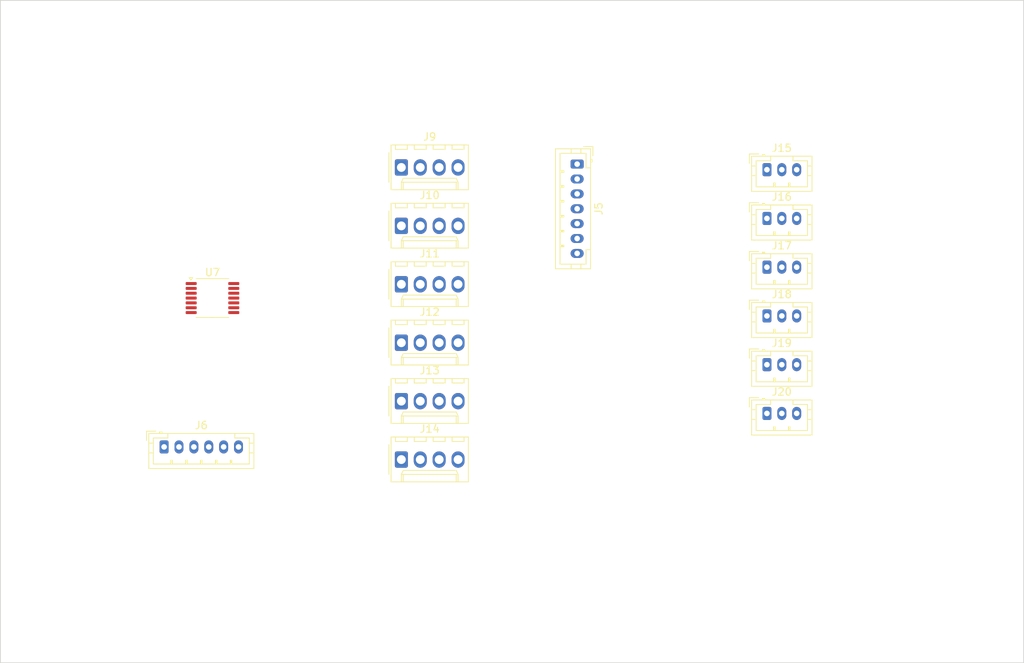
<source format=kicad_pcb>
(kicad_pcb (version 20240108) (generator "pcbnew") (generator_version "8.0")
  (layers (0 "F.Cu" signal) (31 "B.Cu" signal) (34 "B.Paste" user) (35 "F.Paste" user) (36 "B.SilkS" user "B.Silkscreen") (37 "F.SilkS" user "F.Silkscreen") (38 "B.Mask" user) (39 "F.Mask" user) (44 "Edge.Cuts" user))
  (net 0 "")
  (net 1 "Net-(J12-Pin_3)")
  (net 2 "Net-(J11-Pin_3)")
  (net 3 "Net-(J13-Pin_3)")
  (net 4 "Net-(J5-Pin_1)")
  (net 5 "Net-(J14-Pin_3)")
  (net 6 "Net-(J10-Pin_3)")
  (net 7 "Net-(J15-Pin_2)")
  (net 8 "Net-(J6-Pin_1)")
  (net 9 "Net-(J6-Pin_5)")
  (net 10 "Net-(J6-Pin_4)")
  (net 11 "Net-(J6-Pin_2)")
  (net 12 "Net-(J6-Pin_6)")
  (net 13 "Net-(J6-Pin_3)")
  (net 14 "Net-(J10-Pin_2)")
  (net 15 "Net-(J9-Pin_4)")
  (net 16 "Net-(J10-Pin_1)")
  (net 17 "Net-(J10-Pin_4)")
  (net 18 "Net-(J11-Pin_4)")
  (net 19 "Net-(J12-Pin_4)")
  (net 20 "Net-(J13-Pin_4)")
  (net 21 "Net-(J14-Pin_4)")
  (net 22 "Net-(J15-Pin_3)")
  (net 23 "Net-(J8-Pin_1)")
  (footprint "Connector_JST:JST_PH_B3B-PH-K_1x03_P2.00mm_Vertical" (layer "F.Cu") (at 175.5 101.5)
    (property "Reference" "J20" (at 2 -2.9 0) (layer "F.SilkS"))
    (property "Value" "Conn_01x03_Pin")
    (fp_line (start -2.36 -2.11) (end -2.36 -0.86) (stroke (width 0.12)) (layer "F.SilkS"))
    (fp_line (start -2.06 -1.81) (end -2.06 2.91) (stroke (width 0.12)) (layer "F.SilkS"))
    (fp_line (start -2.06 -0.5) (end -1.45 -0.5) (stroke (width 0.12)) (layer "F.SilkS"))
    (fp_line (start -2.06 0.8) (end -1.45 0.8) (stroke (width 0.12)) (layer "F.SilkS"))
    (fp_line (start -2.06 2.91) (end 6.06 2.91) (stroke (width 0.12)) (layer "F.SilkS"))
    (fp_line (start -1.45 -1.2) (end -1.45 2.3) (stroke (width 0.12)) (layer "F.SilkS"))
    (fp_line (start -1.45 2.3) (end 5.45 2.3) (stroke (width 0.12)) (layer "F.SilkS"))
    (fp_line (start -1.11 -2.11) (end -2.36 -2.11) (stroke (width 0.12)) (layer "F.SilkS"))
    (fp_line (start -0.6 -2.01) (end -0.6 -1.81) (stroke (width 0.12)) (layer "F.SilkS"))
    (fp_line (start -0.3 -2.01) (end -0.6 -2.01) (stroke (width 0.12)) (layer "F.SilkS"))
    (fp_line (start -0.3 -1.91) (end -0.6 -1.91) (stroke (width 0.12)) (layer "F.SilkS"))
    (fp_line (start -0.3 -1.81) (end -0.3 -2.01) (stroke (width 0.12)) (layer "F.SilkS"))
    (fp_line (start 0.5 -1.81) (end 0.5 -1.2) (stroke (width 0.12)) (layer "F.SilkS"))
    (fp_line (start 0.5 -1.2) (end -1.45 -1.2) (stroke (width 0.12)) (layer "F.SilkS"))
    (fp_line (start 0.9 1.8) (end 1.1 1.8) (stroke (width 0.12)) (layer "F.SilkS"))
    (fp_line (start 0.9 2.3) (end 0.9 1.8) (stroke (width 0.12)) (layer "F.SilkS"))
    (fp_line (start 1 2.3) (end 1 1.8) (stroke (width 0.12)) (layer "F.SilkS"))
    (fp_line (start 1.1 1.8) (end 1.1 2.3) (stroke (width 0.12)) (layer "F.SilkS"))
    (fp_line (start 2.9 1.8) (end 3.1 1.8) (stroke (width 0.12)) (layer "F.SilkS"))
    (fp_line (start 2.9 2.3) (end 2.9 1.8) (stroke (width 0.12)) (layer "F.SilkS"))
    (fp_line (start 3 2.3) (end 3 1.8) (stroke (width 0.12)) (layer "F.SilkS"))
    (fp_line (start 3.1 1.8) (end 3.1 2.3) (stroke (width 0.12)) (layer "F.SilkS"))
    (fp_line (start 3.5 -1.2) (end 3.5 -1.81) (stroke (width 0.12)) (layer "F.SilkS"))
    (fp_line (start 5.45 -1.2) (end 3.5 -1.2) (stroke (width 0.12)) (layer "F.SilkS"))
    (fp_line (start 5.45 2.3) (end 5.45 -1.2) (stroke (width 0.12)) (layer "F.SilkS"))
    (fp_line (start 6.06 -1.81) (end -2.06 -1.81) (stroke (width 0.12)) (layer "F.SilkS"))
    (fp_line (start 6.06 -0.5) (end 5.45 -0.5) (stroke (width 0.12)) (layer "F.SilkS"))
    (fp_line (start 6.06 0.8) (end 5.45 0.8) (stroke (width 0.12)) (layer "F.SilkS"))
    (fp_line (start 6.06 2.91) (end 6.06 -1.81) (stroke (width 0.12)) (layer "F.SilkS"))
    (pad "1" thru_hole roundrect (at 0 0) (size 1.2 1.75) (drill 0.75) (layers "*.Cu" "*.Mask") (roundrect_rratio 0.208333) (net 16 "Net-(J10-Pin_1)"))
    (pad "2" thru_hole oval (at 2 0) (size 1.2 1.75) (drill 0.75) (layers "*.Cu" "*.Mask") (net 7 "Net-(J15-Pin_2)"))
    (pad "3" thru_hole oval (at 4 0) (size 1.2 1.75) (drill 0.75) (layers "*.Cu" "*.Mask") (net 22 "Net-(J15-Pin_3)"))
  )
  (footprint "Connector_Molex:Molex_KK-254_AE-6410-04A_1x04_P2.54mm_Vertical" (layer "F.Cu") (at 126.38 76.3)
    (property "Reference" "J10" (at 3.81 -4.12 0) (layer "F.SilkS"))
    (property "Value" "Conn_01x04_Pin")
    (fp_line (start -1.67 -2) (end -1.67 2) (stroke (width 0.12)) (layer "F.SilkS"))
    (fp_line (start -1.38 -3.03) (end -1.38 2.99) (stroke (width 0.12)) (layer "F.SilkS"))
    (fp_line (start -1.38 2.99) (end 9 2.99) (stroke (width 0.12)) (layer "F.SilkS"))
    (fp_line (start -0.8 -3.03) (end -0.8 -2.43) (stroke (width 0.12)) (layer "F.SilkS"))
    (fp_line (start -0.8 -2.43) (end 0.8 -2.43) (stroke (width 0.12)) (layer "F.SilkS"))
    (fp_line (start 0 1.99) (end 0.25 1.46) (stroke (width 0.12)) (layer "F.SilkS"))
    (fp_line (start 0 1.99) (end 7.62 1.99) (stroke (width 0.12)) (layer "F.SilkS"))
    (fp_line (start 0 2.99) (end 0 1.99) (stroke (width 0.12)) (layer "F.SilkS"))
    (fp_line (start 0.25 1.46) (end 7.37 1.46) (stroke (width 0.12)) (layer "F.SilkS"))
    (fp_line (start 0.25 2.99) (end 0.25 1.99) (stroke (width 0.12)) (layer "F.SilkS"))
    (fp_line (start 0.8 -2.43) (end 0.8 -3.03) (stroke (width 0.12)) (layer "F.SilkS"))
    (fp_line (start 1.74 -3.03) (end 1.74 -2.43) (stroke (width 0.12)) (layer "F.SilkS"))
    (fp_line (start 1.74 -2.43) (end 3.34 -2.43) (stroke (width 0.12)) (layer "F.SilkS"))
    (fp_line (start 3.34 -2.43) (end 3.34 -3.03) (stroke (width 0.12)) (layer "F.SilkS"))
    (fp_line (start 4.28 -3.03) (end 4.28 -2.43) (stroke (width 0.12)) (layer "F.SilkS"))
    (fp_line (start 4.28 -2.43) (end 5.88 -2.43) (stroke (width 0.12)) (layer "F.SilkS"))
    (fp_line (start 5.88 -2.43) (end 5.88 -3.03) (stroke (width 0.12)) (layer "F.SilkS"))
    (fp_line (start 6.82 -3.03) (end 6.82 -2.43) (stroke (width 0.12)) (layer "F.SilkS"))
    (fp_line (start 6.82 -2.43) (end 8.42 -2.43) (stroke (width 0.12)) (layer "F.SilkS"))
    (fp_line (start 7.37 1.46) (end 7.62 1.99) (stroke (width 0.12)) (layer "F.SilkS"))
    (fp_line (start 7.37 2.99) (end 7.37 1.99) (stroke (width 0.12)) (layer "F.SilkS"))
    (fp_line (start 7.62 1.99) (end 7.62 2.99) (stroke (width 0.12)) (layer "F.SilkS"))
    (fp_line (start 8.42 -2.43) (end 8.42 -3.03) (stroke (width 0.12)) (layer "F.SilkS"))
    (fp_line (start 9 -3.03) (end -1.38 -3.03) (stroke (width 0.12)) (layer "F.SilkS"))
    (fp_line (start 9 2.99) (end 9 -3.03) (stroke (width 0.12)) (layer "F.SilkS"))
    (pad "1" thru_hole roundrect (at 0 0) (size 1.74 2.19) (drill 1.19) (layers "*.Cu" "*.Mask") (roundrect_rratio 0.143678) (net 16 "Net-(J10-Pin_1)"))
    (pad "2" thru_hole oval (at 2.54 0) (size 1.74 2.19) (drill 1.19) (layers "*.Cu" "*.Mask") (net 14 "Net-(J10-Pin_2)"))
    (pad "3" thru_hole oval (at 5.08 0) (size 1.74 2.19) (drill 1.19) (layers "*.Cu" "*.Mask") (net 6 "Net-(J10-Pin_3)"))
    (pad "4" thru_hole oval (at 7.62 0) (size 1.74 2.19) (drill 1.19) (layers "*.Cu" "*.Mask") (net 17 "Net-(J10-Pin_4)"))
  )
  (footprint "Connector_JST:JST_PH_B7B-PH-K_1x07_P2.00mm_Vertical" (layer "F.Cu") (at 150 68 -90)
    (property "Reference" "J5" (at 6 -2.9 90) (layer "F.SilkS"))
    (property "Value" "Conn_01x07_Pin")
    (fp_line (start -2.06 2.91) (end 14.06 2.91) (stroke (width 0.12)) (layer "F.SilkS"))
    (fp_line (start 14.06 2.91) (end 14.06 -1.81) (stroke (width 0.12)) (layer "F.SilkS"))
    (fp_line (start -1.45 2.3) (end 13.45 2.3) (stroke (width 0.12)) (layer "F.SilkS"))
    (fp_line (start 0.9 2.3) (end 0.9 1.8) (stroke (width 0.12)) (layer "F.SilkS"))
    (fp_line (start 1 2.3) (end 1 1.8) (stroke (width 0.12)) (layer "F.SilkS"))
    (fp_line (start 2.9 2.3) (end 2.9 1.8) (stroke (width 0.12)) (layer "F.SilkS"))
    (fp_line (start 3 2.3) (end 3 1.8) (stroke (width 0.12)) (layer "F.SilkS"))
    (fp_line (start 4.9 2.3) (end 4.9 1.8) (stroke (width 0.12)) (layer "F.SilkS"))
    (fp_line (start 5 2.3) (end 5 1.8) (stroke (width 0.12)) (layer "F.SilkS"))
    (fp_line (start 6.9 2.3) (end 6.9 1.8) (stroke (width 0.12)) (layer "F.SilkS"))
    (fp_line (start 7 2.3) (end 7 1.8) (stroke (width 0.12)) (layer "F.SilkS"))
    (fp_line (start 8.9 2.3) (end 8.9 1.8) (stroke (width 0.12)) (layer "F.SilkS"))
    (fp_line (start 9 2.3) (end 9 1.8) (stroke (width 0.12)) (layer "F.SilkS"))
    (fp_line (start 10.9 2.3) (end 10.9 1.8) (stroke (width 0.12)) (layer "F.SilkS"))
    (fp_line (start 11 2.3) (end 11 1.8) (stroke (width 0.12)) (layer "F.SilkS"))
    (fp_line (start 13.45 2.3) (end 13.45 -1.2) (stroke (width 0.12)) (layer "F.SilkS"))
    (fp_line (start 0.9 1.8) (end 1.1 1.8) (stroke (width 0.12)) (layer "F.SilkS"))
    (fp_line (start 1.1 1.8) (end 1.1 2.3) (stroke (width 0.12)) (layer "F.SilkS"))
    (fp_line (start 2.9 1.8) (end 3.1 1.8) (stroke (width 0.12)) (layer "F.SilkS"))
    (fp_line (start 3.1 1.8) (end 3.1 2.3) (stroke (width 0.12)) (layer "F.SilkS"))
    (fp_line (start 4.9 1.8) (end 5.1 1.8) (stroke (width 0.12)) (layer "F.SilkS"))
    (fp_line (start 5.1 1.8) (end 5.1 2.3) (stroke (width 0.12)) (layer "F.SilkS"))
    (fp_line (start 6.9 1.8) (end 7.1 1.8) (stroke (width 0.12)) (layer "F.SilkS"))
    (fp_line (start 7.1 1.8) (end 7.1 2.3) (stroke (width 0.12)) (layer "F.SilkS"))
    (fp_line (start 8.9 1.8) (end 9.1 1.8) (stroke (width 0.12)) (layer "F.SilkS"))
    (fp_line (start 9.1 1.8) (end 9.1 2.3) (stroke (width 0.12)) (layer "F.SilkS"))
    (fp_line (start 10.9 1.8) (end 11.1 1.8) (stroke (width 0.12)) (layer "F.SilkS"))
    (fp_line (start 11.1 1.8) (end 11.1 2.3) (stroke (width 0.12)) (layer "F.SilkS"))
    (fp_line (start -2.06 0.8) (end -1.45 0.8) (stroke (width 0.12)) (layer "F.SilkS"))
    (fp_line (start 14.06 0.8) (end 13.45 0.8) (stroke (width 0.12)) (layer "F.SilkS"))
    (fp_line (start -2.06 -0.5) (end -1.45 -0.5) (stroke (width 0.12)) (layer "F.SilkS"))
    (fp_line (start 14.06 -0.5) (end 13.45 -0.5) (stroke (width 0.12)) (layer "F.SilkS"))
    (fp_line (start -1.45 -1.2) (end -1.45 2.3) (stroke (width 0.12)) (layer "F.SilkS"))
    (fp_line (start 0.5 -1.2) (end -1.45 -1.2) (stroke (width 0.12)) (layer "F.SilkS"))
    (fp_line (start 11.5 -1.2) (end 11.5 -1.81) (stroke (width 0.12)) (layer "F.SilkS"))
    (fp_line (start 13.45 -1.2) (end 11.5 -1.2) (stroke (width 0.12)) (layer "F.SilkS"))
    (fp_line (start -2.06 -1.81) (end -2.06 2.91) (stroke (width 0.12)) (layer "F.SilkS"))
    (fp_line (start -0.3 -1.81) (end -0.3 -2.01) (stroke (width 0.12)) (layer "F.SilkS"))
    (fp_line (start 0.5 -1.81) (end 0.5 -1.2) (stroke (width 0.12)) (layer "F.SilkS"))
    (fp_line (start 14.06 -1.81) (end -2.06 -1.81) (stroke (width 0.12)) (layer "F.SilkS"))
    (fp_line (start -0.3 -1.91) (end -0.6 -1.91) (stroke (width 0.12)) (layer "F.SilkS"))
    (fp_line (start -0.6 -2.01) (end -0.6 -1.81) (stroke (width 0.12)) (layer "F.SilkS"))
    (fp_line (start -0.3 -2.01) (end -0.6 -2.01) (stroke (width 0.12)) (layer "F.SilkS"))
    (fp_line (start -2.36 -2.11) (end -2.36 -0.86) (stroke (width 0.12)) (layer "F.SilkS"))
    (fp_line (start -1.11 -2.11) (end -2.36 -2.11) (stroke (width 0.12)) (layer "F.SilkS"))
    (pad "1" thru_hole roundrect (at 0 0 270) (size 1.2 1.75) (drill 0.75) (layers "*.Cu" "*.Mask") (roundrect_rratio 0.208333) (net 4 "Net-(J5-Pin_1)"))
    (pad "2" thru_hole oval (at 2 0 270) (size 1.2 1.75) (drill 0.75) (layers "*.Cu" "*.Mask") (net 6 "Net-(J10-Pin_3)"))
    (pad "3" thru_hole oval (at 4 0 270) (size 1.2 1.75) (drill 0.75) (layers "*.Cu" "*.Mask") (net 2 "Net-(J11-Pin_3)"))
    (pad "4" thru_hole oval (at 6 0 270) (size 1.2 1.75) (drill 0.75) (layers "*.Cu" "*.Mask") (net 1 "Net-(J12-Pin_3)"))
    (pad "5" thru_hole oval (at 8 0 270) (size 1.2 1.75) (drill 0.75) (layers "*.Cu" "*.Mask") (net 3 "Net-(J13-Pin_3)"))
    (pad "6" thru_hole oval (at 10 0 270) (size 1.2 1.75) (drill 0.75) (layers "*.Cu" "*.Mask") (net 5 "Net-(J14-Pin_3)"))
    (pad "7" thru_hole oval (at 12 0 270) (size 1.2 1.75) (drill 0.75) (layers "*.Cu" "*.Mask") (net 7 "Net-(J15-Pin_2)"))
  )
  (footprint "Connector_JST:JST_PH_B3B-PH-K_1x03_P2.00mm_Vertical" (layer "F.Cu") (at 175.5 75.3)
    (property "Reference" "J16" (at 2 -2.9 0) (layer "F.SilkS"))
    (property "Value" "Conn_01x03_Pin")
    (fp_line (start -2.36 -2.11) (end -2.36 -0.86) (stroke (width 0.12)) (layer "F.SilkS"))
    (fp_line (start -2.06 -1.81) (end -2.06 2.91) (stroke (width 0.12)) (layer "F.SilkS"))
    (fp_line (start -2.06 -0.5) (end -1.45 -0.5) (stroke (width 0.12)) (layer "F.SilkS"))
    (fp_line (start -2.06 0.8) (end -1.45 0.8) (stroke (width 0.12)) (layer "F.SilkS"))
    (fp_line (start -2.06 2.91) (end 6.06 2.91) (stroke (width 0.12)) (layer "F.SilkS"))
    (fp_line (start -1.45 -1.2) (end -1.45 2.3) (stroke (width 0.12)) (layer "F.SilkS"))
    (fp_line (start -1.45 2.3) (end 5.45 2.3) (stroke (width 0.12)) (layer "F.SilkS"))
    (fp_line (start -1.11 -2.11) (end -2.36 -2.11) (stroke (width 0.12)) (layer "F.SilkS"))
    (fp_line (start -0.6 -2.01) (end -0.6 -1.81) (stroke (width 0.12)) (layer "F.SilkS"))
    (fp_line (start -0.3 -2.01) (end -0.6 -2.01) (stroke (width 0.12)) (layer "F.SilkS"))
    (fp_line (start -0.3 -1.91) (end -0.6 -1.91) (stroke (width 0.12)) (layer "F.SilkS"))
    (fp_line (start -0.3 -1.81) (end -0.3 -2.01) (stroke (width 0.12)) (layer "F.SilkS"))
    (fp_line (start 0.5 -1.81) (end 0.5 -1.2) (stroke (width 0.12)) (layer "F.SilkS"))
    (fp_line (start 0.5 -1.2) (end -1.45 -1.2) (stroke (width 0.12)) (layer "F.SilkS"))
    (fp_line (start 0.9 1.8) (end 1.1 1.8) (stroke (width 0.12)) (layer "F.SilkS"))
    (fp_line (start 0.9 2.3) (end 0.9 1.8) (stroke (width 0.12)) (layer "F.SilkS"))
    (fp_line (start 1 2.3) (end 1 1.8) (stroke (width 0.12)) (layer "F.SilkS"))
    (fp_line (start 1.1 1.8) (end 1.1 2.3) (stroke (width 0.12)) (layer "F.SilkS"))
    (fp_line (start 2.9 1.8) (end 3.1 1.8) (stroke (width 0.12)) (layer "F.SilkS"))
    (fp_line (start 2.9 2.3) (end 2.9 1.8) (stroke (width 0.12)) (layer "F.SilkS"))
    (fp_line (start 3 2.3) (end 3 1.8) (stroke (width 0.12)) (layer "F.SilkS"))
    (fp_line (start 3.1 1.8) (end 3.1 2.3) (stroke (width 0.12)) (layer "F.SilkS"))
    (fp_line (start 3.5 -1.2) (end 3.5 -1.81) (stroke (width 0.12)) (layer "F.SilkS"))
    (fp_line (start 5.45 -1.2) (end 3.5 -1.2) (stroke (width 0.12)) (layer "F.SilkS"))
    (fp_line (start 5.45 2.3) (end 5.45 -1.2) (stroke (width 0.12)) (layer "F.SilkS"))
    (fp_line (start 6.06 -1.81) (end -2.06 -1.81) (stroke (width 0.12)) (layer "F.SilkS"))
    (fp_line (start 6.06 -0.5) (end 5.45 -0.5) (stroke (width 0.12)) (layer "F.SilkS"))
    (fp_line (start 6.06 0.8) (end 5.45 0.8) (stroke (width 0.12)) (layer "F.SilkS"))
    (fp_line (start 6.06 2.91) (end 6.06 -1.81) (stroke (width 0.12)) (layer "F.SilkS"))
    (pad "1" thru_hole roundrect (at 0 0) (size 1.2 1.75) (drill 0.75) (layers "*.Cu" "*.Mask") (roundrect_rratio 0.208333) (net 16 "Net-(J10-Pin_1)"))
    (pad "2" thru_hole oval (at 2 0) (size 1.2 1.75) (drill 0.75) (layers "*.Cu" "*.Mask") (net 7 "Net-(J15-Pin_2)"))
    (pad "3" thru_hole oval (at 4 0) (size 1.2 1.75) (drill 0.75) (layers "*.Cu" "*.Mask") (net 22 "Net-(J15-Pin_3)"))
  )
  (footprint "Connector_JST:JST_PH_B6B-PH-K_1x06_P2.00mm_Vertical" (layer "F.Cu") (at 94.5 106)
    (property "Reference" "J6" (at 5 -2.9 0) (layer "F.SilkS"))
    (property "Value" "Conn_01x06_Pin")
    (fp_line (start -2.36 -2.11) (end -2.36 -0.86) (stroke (width 0.12)) (layer "F.SilkS"))
    (fp_line (start -2.06 -1.81) (end -2.06 2.91) (stroke (width 0.12)) (layer "F.SilkS"))
    (fp_line (start -2.06 -0.5) (end -1.45 -0.5) (stroke (width 0.12)) (layer "F.SilkS"))
    (fp_line (start -2.06 0.8) (end -1.45 0.8) (stroke (width 0.12)) (layer "F.SilkS"))
    (fp_line (start -2.06 2.91) (end 12.06 2.91) (stroke (width 0.12)) (layer "F.SilkS"))
    (fp_line (start -1.45 -1.2) (end -1.45 2.3) (stroke (width 0.12)) (layer "F.SilkS"))
    (fp_line (start -1.45 2.3) (end 11.45 2.3) (stroke (width 0.12)) (layer "F.SilkS"))
    (fp_line (start -1.11 -2.11) (end -2.36 -2.11) (stroke (width 0.12)) (layer "F.SilkS"))
    (fp_line (start -0.6 -2.01) (end -0.6 -1.81) (stroke (width 0.12)) (layer "F.SilkS"))
    (fp_line (start -0.3 -2.01) (end -0.6 -2.01) (stroke (width 0.12)) (layer "F.SilkS"))
    (fp_line (start -0.3 -1.91) (end -0.6 -1.91) (stroke (width 0.12)) (layer "F.SilkS"))
    (fp_line (start -0.3 -1.81) (end -0.3 -2.01) (stroke (width 0.12)) (layer "F.SilkS"))
    (fp_line (start 0.5 -1.81) (end 0.5 -1.2) (stroke (width 0.12)) (layer "F.SilkS"))
    (fp_line (start 0.5 -1.2) (end -1.45 -1.2) (stroke (width 0.12)) (layer "F.SilkS"))
    (fp_line (start 0.9 1.8) (end 1.1 1.8) (stroke (width 0.12)) (layer "F.SilkS"))
    (fp_line (start 0.9 2.3) (end 0.9 1.8) (stroke (width 0.12)) (layer "F.SilkS"))
    (fp_line (start 1 2.3) (end 1 1.8) (stroke (width 0.12)) (layer "F.SilkS"))
    (fp_line (start 1.1 1.8) (end 1.1 2.3) (stroke (width 0.12)) (layer "F.SilkS"))
    (fp_line (start 2.9 1.8) (end 3.1 1.8) (stroke (width 0.12)) (layer "F.SilkS"))
    (fp_line (start 2.9 2.3) (end 2.9 1.8) (stroke (width 0.12)) (layer "F.SilkS"))
    (fp_line (start 3 2.3) (end 3 1.8) (stroke (width 0.12)) (layer "F.SilkS"))
    (fp_line (start 3.1 1.8) (end 3.1 2.3) (stroke (width 0.12)) (layer "F.SilkS"))
    (fp_line (start 4.9 1.8) (end 5.1 1.8) (stroke (width 0.12)) (layer "F.SilkS"))
    (fp_line (start 4.9 2.3) (end 4.9 1.8) (stroke (width 0.12)) (layer "F.SilkS"))
    (fp_line (start 5 2.3) (end 5 1.8) (stroke (width 0.12)) (layer "F.SilkS"))
    (fp_line (start 5.1 1.8) (end 5.1 2.3) (stroke (width 0.12)) (layer "F.SilkS"))
    (fp_line (start 6.9 1.8) (end 7.1 1.8) (stroke (width 0.12)) (layer "F.SilkS"))
    (fp_line (start 6.9 2.3) (end 6.9 1.8) (stroke (width 0.12)) (layer "F.SilkS"))
    (fp_line (start 7 2.3) (end 7 1.8) (stroke (width 0.12)) (layer "F.SilkS"))
    (fp_line (start 7.1 1.8) (end 7.1 2.3) (stroke (width 0.12)) (layer "F.SilkS"))
    (fp_line (start 8.9 1.8) (end 9.1 1.8) (stroke (width 0.12)) (layer "F.SilkS"))
    (fp_line (start 8.9 2.3) (end 8.9 1.8) (stroke (width 0.12)) (layer "F.SilkS"))
    (fp_line (start 9 2.3) (end 9 1.8) (stroke (width 0.12)) (layer "F.SilkS"))
    (fp_line (start 9.1 1.8) (end 9.1 2.3) (stroke (width 0.12)) (layer "F.SilkS"))
    (fp_line (start 9.5 -1.2) (end 9.5 -1.81) (stroke (width 0.12)) (layer "F.SilkS"))
    (fp_line (start 11.45 -1.2) (end 9.5 -1.2) (stroke (width 0.12)) (layer "F.SilkS"))
    (fp_line (start 11.45 2.3) (end 11.45 -1.2) (stroke (width 0.12)) (layer "F.SilkS"))
    (fp_line (start 12.06 -1.81) (end -2.06 -1.81) (stroke (width 0.12)) (layer "F.SilkS"))
    (fp_line (start 12.06 -0.5) (end 11.45 -0.5) (stroke (width 0.12)) (layer "F.SilkS"))
    (fp_line (start 12.06 0.8) (end 11.45 0.8) (stroke (width 0.12)) (layer "F.SilkS"))
    (fp_line (start 12.06 2.91) (end 12.06 -1.81) (stroke (width 0.12)) (layer "F.SilkS"))
    (pad "1" thru_hole roundrect (at 0 0) (size 1.2 1.75) (drill 0.75) (layers "*.Cu" "*.Mask") (roundrect_rratio 0.208333) (net 8 "Net-(J6-Pin_1)"))
    (pad "2" thru_hole oval (at 2 0) (size 1.2 1.75) (drill 0.75) (layers "*.Cu" "*.Mask") (net 11 "Net-(J6-Pin_2)"))
    (pad "3" thru_hole oval (at 4 0) (size 1.2 1.75) (drill 0.75) (layers "*.Cu" "*.Mask") (net 13 "Net-(J6-Pin_3)"))
    (pad "4" thru_hole oval (at 6 0) (size 1.2 1.75) (drill 0.75) (layers "*.Cu" "*.Mask") (net 10 "Net-(J6-Pin_4)"))
    (pad "5" thru_hole oval (at 8 0) (size 1.2 1.75) (drill 0.75) (layers "*.Cu" "*.Mask") (net 9 "Net-(J6-Pin_5)"))
    (pad "6" thru_hole oval (at 10 0) (size 1.2 1.75) (drill 0.75) (layers "*.Cu" "*.Mask") (net 12 "Net-(J6-Pin_6)"))
  )
  (footprint "Connector_JST:JST_PH_B3B-PH-K_1x03_P2.00mm_Vertical" (layer "F.Cu") (at 175.5 68.75)
    (property "Reference" "J15" (at 2 -2.9 0) (layer "F.SilkS"))
    (property "Value" "Conn_01x03_Pin")
    (fp_line (start -2.36 -2.11) (end -2.36 -0.86) (stroke (width 0.12)) (layer "F.SilkS"))
    (fp_line (start -2.06 -1.81) (end -2.06 2.91) (stroke (width 0.12)) (layer "F.SilkS"))
    (fp_line (start -2.06 -0.5) (end -1.45 -0.5) (stroke (width 0.12)) (layer "F.SilkS"))
    (fp_line (start -2.06 0.8) (end -1.45 0.8) (stroke (width 0.12)) (layer "F.SilkS"))
    (fp_line (start -2.06 2.91) (end 6.06 2.91) (stroke (width 0.12)) (layer "F.SilkS"))
    (fp_line (start -1.45 -1.2) (end -1.45 2.3) (stroke (width 0.12)) (layer "F.SilkS"))
    (fp_line (start -1.45 2.3) (end 5.45 2.3) (stroke (width 0.12)) (layer "F.SilkS"))
    (fp_line (start -1.11 -2.11) (end -2.36 -2.11) (stroke (width 0.12)) (layer "F.SilkS"))
    (fp_line (start -0.6 -2.01) (end -0.6 -1.81) (stroke (width 0.12)) (layer "F.SilkS"))
    (fp_line (start -0.3 -2.01) (end -0.6 -2.01) (stroke (width 0.12)) (layer "F.SilkS"))
    (fp_line (start -0.3 -1.91) (end -0.6 -1.91) (stroke (width 0.12)) (layer "F.SilkS"))
    (fp_line (start -0.3 -1.81) (end -0.3 -2.01) (stroke (width 0.12)) (layer "F.SilkS"))
    (fp_line (start 0.5 -1.81) (end 0.5 -1.2) (stroke (width 0.12)) (layer "F.SilkS"))
    (fp_line (start 0.5 -1.2) (end -1.45 -1.2) (stroke (width 0.12)) (layer "F.SilkS"))
    (fp_line (start 0.9 1.8) (end 1.1 1.8) (stroke (width 0.12)) (layer "F.SilkS"))
    (fp_line (start 0.9 2.3) (end 0.9 1.8) (stroke (width 0.12)) (layer "F.SilkS"))
    (fp_line (start 1 2.3) (end 1 1.8) (stroke (width 0.12)) (layer "F.SilkS"))
    (fp_line (start 1.1 1.8) (end 1.1 2.3) (stroke (width 0.12)) (layer "F.SilkS"))
    (fp_line (start 2.9 1.8) (end 3.1 1.8) (stroke (width 0.12)) (layer "F.SilkS"))
    (fp_line (start 2.9 2.3) (end 2.9 1.8) (stroke (width 0.12)) (layer "F.SilkS"))
    (fp_line (start 3 2.3) (end 3 1.8) (stroke (width 0.12)) (layer "F.SilkS"))
    (fp_line (start 3.1 1.8) (end 3.1 2.3) (stroke (width 0.12)) (layer "F.SilkS"))
    (fp_line (start 3.5 -1.2) (end 3.5 -1.81) (stroke (width 0.12)) (layer "F.SilkS"))
    (fp_line (start 5.45 -1.2) (end 3.5 -1.2) (stroke (width 0.12)) (layer "F.SilkS"))
    (fp_line (start 5.45 2.3) (end 5.45 -1.2) (stroke (width 0.12)) (layer "F.SilkS"))
    (fp_line (start 6.06 -1.81) (end -2.06 -1.81) (stroke (width 0.12)) (layer "F.SilkS"))
    (fp_line (start 6.06 -0.5) (end 5.45 -0.5) (stroke (width 0.12)) (layer "F.SilkS"))
    (fp_line (start 6.06 0.8) (end 5.45 0.8) (stroke (width 0.12)) (layer "F.SilkS"))
    (fp_line (start 6.06 2.91) (end 6.06 -1.81) (stroke (width 0.12)) (layer "F.SilkS"))
    (pad "1" thru_hole roundrect (at 0 0) (size 1.2 1.75) (drill 0.75) (layers "*.Cu" "*.Mask") (roundrect_rratio 0.208333) (net 16 "Net-(J10-Pin_1)"))
    (pad "2" thru_hole oval (at 2 0) (size 1.2 1.75) (drill 0.75) (layers "*.Cu" "*.Mask") (net 7 "Net-(J15-Pin_2)"))
    (pad "3" thru_hole oval (at 4 0) (size 1.2 1.75) (drill 0.75) (layers "*.Cu" "*.Mask") (net 22 "Net-(J15-Pin_3)"))
  )
  (footprint "Package_SO:TSSOP-14_4.4x5mm_P0.65mm" (layer "F.Cu") (at 101 86)
    (property "Reference" "U7" (at 0 -3.45 0) (layer "F.SilkS"))
    (property "Value" "74HCT04")
    (fp_line (start 0 -2.61) (end -2.2 -2.61) (stroke (width 0.12)) (layer "F.SilkS"))
    (fp_line (start 0 -2.61) (end 2.2 -2.61) (stroke (width 0.12)) (layer "F.SilkS"))
    (fp_line (start 0 2.61) (end -2.2 2.61) (stroke (width 0.12)) (layer "F.SilkS"))
    (fp_line (start 0 2.61) (end 2.2 2.61) (stroke (width 0.12)) (layer "F.SilkS"))
    (fp_poly (pts (xy -2.9 -2.41) (xy -3.14 -2.74) (xy -2.66 -2.74) (xy -2.9 -2.41)) (stroke (width 0.12)) (fill solid) (layer "F.SilkS"))
    (pad "1" smd roundrect (at -2.8625 -1.95) (size 1.475 0.4) (layers "F.Cu" "F.Paste" "F.Mask") (net 8 "Net-(J6-Pin_1)"))
    (pad "2" smd roundrect (at -2.8625 -1.3) (size 1.475 0.4) (layers "F.Cu" "F.Paste" "F.Mask") (net 15 "Net-(J9-Pin_4)"))
    (pad "3" smd roundrect (at -2.8625 -0.65) (size 1.475 0.4) (layers "F.Cu" "F.Paste" "F.Mask") (net 11 "Net-(J6-Pin_2)"))
    (pad "4" smd roundrect (at -2.8625 0) (size 1.475 0.4) (layers "F.Cu" "F.Paste" "F.Mask") (net 17 "Net-(J10-Pin_4)"))
    (pad "5" smd roundrect (at -2.8625 0.65) (size 1.475 0.4) (layers "F.Cu" "F.Paste" "F.Mask") (net 13 "Net-(J6-Pin_3)"))
    (pad "6" smd roundrect (at -2.8625 1.3) (size 1.475 0.4) (layers "F.Cu" "F.Paste" "F.Mask") (net 18 "Net-(J11-Pin_4)"))
    (pad "7" smd roundrect (at -2.8625 1.95) (size 1.475 0.4) (layers "F.Cu" "F.Paste" "F.Mask") (net 16 "Net-(J10-Pin_1)"))
    (pad "8" smd roundrect (at 2.8625 1.95) (size 1.475 0.4) (layers "F.Cu" "F.Paste" "F.Mask") (net 19 "Net-(J12-Pin_4)"))
    (pad "9" smd roundrect (at 2.8625 1.3) (size 1.475 0.4) (layers "F.Cu" "F.Paste" "F.Mask") (net 10 "Net-(J6-Pin_4)"))
    (pad "10" smd roundrect (at 2.8625 0.65) (size 1.475 0.4) (layers "F.Cu" "F.Paste" "F.Mask") (net 20 "Net-(J13-Pin_4)"))
    (pad "11" smd roundrect (at 2.8625 0) (size 1.475 0.4) (layers "F.Cu" "F.Paste" "F.Mask") (net 9 "Net-(J6-Pin_5)"))
    (pad "12" smd roundrect (at 2.8625 -0.65) (size 1.475 0.4) (layers "F.Cu" "F.Paste" "F.Mask") (net 21 "Net-(J14-Pin_4)"))
    (pad "13" smd roundrect (at 2.8625 -1.3) (size 1.475 0.4) (layers "F.Cu" "F.Paste" "F.Mask") (net 12 "Net-(J6-Pin_6)"))
    (pad "14" smd roundrect (at 2.8625 -1.95) (size 1.475 0.4) (layers "F.Cu" "F.Paste" "F.Mask") (net 23 "Net-(J8-Pin_1)"))
  )
  (footprint "Connector_Molex:Molex_KK-254_AE-6410-04A_1x04_P2.54mm_Vertical" (layer "F.Cu") (at 126.38 99.85)
    (property "Reference" "J13" (at 3.81 -4.12 0) (layer "F.SilkS"))
    (property "Value" "Conn_01x04_Pin")
    (fp_line (start -1.67 -2) (end -1.67 2) (stroke (width 0.12)) (layer "F.SilkS"))
    (fp_line (start -1.38 -3.03) (end -1.38 2.99) (stroke (width 0.12)) (layer "F.SilkS"))
    (fp_line (start -1.38 2.99) (end 9 2.99) (stroke (width 0.12)) (layer "F.SilkS"))
    (fp_line (start -0.8 -3.03) (end -0.8 -2.43) (stroke (width 0.12)) (layer "F.SilkS"))
    (fp_line (start -0.8 -2.43) (end 0.8 -2.43) (stroke (width 0.12)) (layer "F.SilkS"))
    (fp_line (start 0 1.99) (end 0.25 1.46) (stroke (width 0.12)) (layer "F.SilkS"))
    (fp_line (start 0 1.99) (end 7.62 1.99) (stroke (width 0.12)) (layer "F.SilkS"))
    (fp_line (start 0 2.99) (end 0 1.99) (stroke (width 0.12)) (layer "F.SilkS"))
    (fp_line (start 0.25 1.46) (end 7.37 1.46) (stroke (width 0.12)) (layer "F.SilkS"))
    (fp_line (start 0.25 2.99) (end 0.25 1.99) (stroke (width 0.12)) (layer "F.SilkS"))
    (fp_line (start 0.8 -2.43) (end 0.8 -3.03) (stroke (width 0.12)) (layer "F.SilkS"))
    (fp_line (start 1.74 -3.03) (end 1.74 -2.43) (stroke (width 0.12)) (layer "F.SilkS"))
    (fp_line (start 1.74 -2.43) (end 3.34 -2.43) (stroke (width 0.12)) (layer "F.SilkS"))
    (fp_line (start 3.34 -2.43) (end 3.34 -3.03) (stroke (width 0.12)) (layer "F.SilkS"))
    (fp_line (start 4.28 -3.03) (end 4.28 -2.43) (stroke (width 0.12)) (layer "F.SilkS"))
    (fp_line (start 4.28 -2.43) (end 5.88 -2.43) (stroke (width 0.12)) (layer "F.SilkS"))
    (fp_line (start 5.88 -2.43) (end 5.88 -3.03) (stroke (width 0.12)) (layer "F.SilkS"))
    (fp_line (start 6.82 -3.03) (end 6.82 -2.43) (stroke (width 0.12)) (layer "F.SilkS"))
    (fp_line (start 6.82 -2.43) (end 8.42 -2.43) (stroke (width 0.12)) (layer "F.SilkS"))
    (fp_line (start 7.37 1.46) (end 7.62 1.99) (stroke (width 0.12)) (layer "F.SilkS"))
    (fp_line (start 7.37 2.99) (end 7.37 1.99) (stroke (width 0.12)) (layer "F.SilkS"))
    (fp_line (start 7.62 1.99) (end 7.62 2.99) (stroke (width 0.12)) (layer "F.SilkS"))
    (fp_line (start 8.42 -2.43) (end 8.42 -3.03) (stroke (width 0.12)) (layer "F.SilkS"))
    (fp_line (start 9 -3.03) (end -1.38 -3.03) (stroke (width 0.12)) (layer "F.SilkS"))
    (fp_line (start 9 2.99) (end 9 -3.03) (stroke (width 0.12)) (layer "F.SilkS"))
    (pad "1" thru_hole roundrect (at 0 0) (size 1.74 2.19) (drill 1.19) (layers "*.Cu" "*.Mask") (roundrect_rratio 0.143678) (net 16 "Net-(J10-Pin_1)"))
    (pad "2" thru_hole oval (at 2.54 0) (size 1.74 2.19) (drill 1.19) (layers "*.Cu" "*.Mask") (net 14 "Net-(J10-Pin_2)"))
    (pad "3" thru_hole oval (at 5.08 0) (size 1.74 2.19) (drill 1.19) (layers "*.Cu" "*.Mask") (net 3 "Net-(J13-Pin_3)"))
    (pad "4" thru_hole oval (at 7.62 0) (size 1.74 2.19) (drill 1.19) (layers "*.Cu" "*.Mask") (net 20 "Net-(J13-Pin_4)"))
  )
  (footprint "Connector_Molex:Molex_KK-254_AE-6410-04A_1x04_P2.54mm_Vertical" (layer "F.Cu") (at 126.38 92)
    (property "Reference" "J12" (at 3.81 -4.12 0) (layer "F.SilkS"))
    (property "Value" "Conn_01x04_Pin")
    (fp_line (start -1.67 -2) (end -1.67 2) (stroke (width 0.12)) (layer "F.SilkS"))
    (fp_line (start -1.38 -3.03) (end -1.38 2.99) (stroke (width 0.12)) (layer "F.SilkS"))
    (fp_line (start -1.38 2.99) (end 9 2.99) (stroke (width 0.12)) (layer "F.SilkS"))
    (fp_line (start -0.8 -3.03) (end -0.8 -2.43) (stroke (width 0.12)) (layer "F.SilkS"))
    (fp_line (start -0.8 -2.43) (end 0.8 -2.43) (stroke (width 0.12)) (layer "F.SilkS"))
    (fp_line (start 0 1.99) (end 0.25 1.46) (stroke (width 0.12)) (layer "F.SilkS"))
    (fp_line (start 0 1.99) (end 7.62 1.99) (stroke (width 0.12)) (layer "F.SilkS"))
    (fp_line (start 0 2.99) (end 0 1.99) (stroke (width 0.12)) (layer "F.SilkS"))
    (fp_line (start 0.25 1.46) (end 7.37 1.46) (stroke (width 0.12)) (layer "F.SilkS"))
    (fp_line (start 0.25 2.99) (end 0.25 1.99) (stroke (width 0.12)) (layer "F.SilkS"))
    (fp_line (start 0.8 -2.43) (end 0.8 -3.03) (stroke (width 0.12)) (layer "F.SilkS"))
    (fp_line (start 1.74 -3.03) (end 1.74 -2.43) (stroke (width 0.12)) (layer "F.SilkS"))
    (fp_line (start 1.74 -2.43) (end 3.34 -2.43) (stroke (width 0.12)) (layer "F.SilkS"))
    (fp_line (start 3.34 -2.43) (end 3.34 -3.03) (stroke (width 0.12)) (layer "F.SilkS"))
    (fp_line (start 4.28 -3.03) (end 4.28 -2.43) (stroke (width 0.12)) (layer "F.SilkS"))
    (fp_line (start 4.28 -2.43) (end 5.88 -2.43) (stroke (width 0.12)) (layer "F.SilkS"))
    (fp_line (start 5.88 -2.43) (end 5.88 -3.03) (stroke (width 0.12)) (layer "F.SilkS"))
    (fp_line (start 6.82 -3.03) (end 6.82 -2.43) (stroke (width 0.12)) (layer "F.SilkS"))
    (fp_line (start 6.82 -2.43) (end 8.42 -2.43) (stroke (width 0.12)) (layer "F.SilkS"))
    (fp_line (start 7.37 1.46) (end 7.62 1.99) (stroke (width 0.12)) (layer "F.SilkS"))
    (fp_line (start 7.37 2.99) (end 7.37 1.99) (stroke (width 0.12)) (layer "F.SilkS"))
    (fp_line (start 7.62 1.99) (end 7.62 2.99) (stroke (width 0.12)) (layer "F.SilkS"))
    (fp_line (start 8.42 -2.43) (end 8.42 -3.03) (stroke (width 0.12)) (layer "F.SilkS"))
    (fp_line (start 9 -3.03) (end -1.38 -3.03) (stroke (width 0.12)) (layer "F.SilkS"))
    (fp_line (start 9 2.99) (end 9 -3.03) (stroke (width 0.12)) (layer "F.SilkS"))
    (pad "1" thru_hole roundrect (at 0 0) (size 1.74 2.19) (drill 1.19) (layers "*.Cu" "*.Mask") (roundrect_rratio 0.143678) (net 16 "Net-(J10-Pin_1)"))
    (pad "2" thru_hole oval (at 2.54 0) (size 1.74 2.19) (drill 1.19) (layers "*.Cu" "*.Mask") (net 14 "Net-(J10-Pin_2)"))
    (pad "3" thru_hole oval (at 5.08 0) (size 1.74 2.19) (drill 1.19) (layers "*.Cu" "*.Mask") (net 1 "Net-(J12-Pin_3)"))
    (pad "4" thru_hole oval (at 7.62 0) (size 1.74 2.19) (drill 1.19) (layers "*.Cu" "*.Mask") (net 19 "Net-(J12-Pin_4)"))
  )
  (footprint "Connector_Molex:Molex_KK-254_AE-6410-04A_1x04_P2.54mm_Vertical" (layer "F.Cu") (at 126.38 84.15)
    (property "Reference" "J11" (at 3.81 -4.12 0) (layer "F.SilkS"))
    (property "Value" "Conn_01x04_Pin")
    (fp_line (start -1.67 -2) (end -1.67 2) (stroke (width 0.12)) (layer "F.SilkS"))
    (fp_line (start -1.38 -3.03) (end -1.38 2.99) (stroke (width 0.12)) (layer "F.SilkS"))
    (fp_line (start -1.38 2.99) (end 9 2.99) (stroke (width 0.12)) (layer "F.SilkS"))
    (fp_line (start -0.8 -3.03) (end -0.8 -2.43) (stroke (width 0.12)) (layer "F.SilkS"))
    (fp_line (start -0.8 -2.43) (end 0.8 -2.43) (stroke (width 0.12)) (layer "F.SilkS"))
    (fp_line (start 0 1.99) (end 0.25 1.46) (stroke (width 0.12)) (layer "F.SilkS"))
    (fp_line (start 0 1.99) (end 7.62 1.99) (stroke (width 0.12)) (layer "F.SilkS"))
    (fp_line (start 0 2.99) (end 0 1.99) (stroke (width 0.12)) (layer "F.SilkS"))
    (fp_line (start 0.25 1.46) (end 7.37 1.46) (stroke (width 0.12)) (layer "F.SilkS"))
    (fp_line (start 0.25 2.99) (end 0.25 1.99) (stroke (width 0.12)) (layer "F.SilkS"))
    (fp_line (start 0.8 -2.43) (end 0.8 -3.03) (stroke (width 0.12)) (layer "F.SilkS"))
    (fp_line (start 1.74 -3.03) (end 1.74 -2.43) (stroke (width 0.12)) (layer "F.SilkS"))
    (fp_line (start 1.74 -2.43) (end 3.34 -2.43) (stroke (width 0.12)) (layer "F.SilkS"))
    (fp_line (start 3.34 -2.43) (end 3.34 -3.03) (stroke (width 0.12)) (layer "F.SilkS"))
    (fp_line (start 4.28 -3.03) (end 4.28 -2.43) (stroke (width 0.12)) (layer "F.SilkS"))
    (fp_line (start 4.28 -2.43) (end 5.88 -2.43) (stroke (width 0.12)) (layer "F.SilkS"))
    (fp_line (start 5.88 -2.43) (end 5.88 -3.03) (stroke (width 0.12)) (layer "F.SilkS"))
    (fp_line (start 6.82 -3.03) (end 6.82 -2.43) (stroke (width 0.12)) (layer "F.SilkS"))
    (fp_line (start 6.82 -2.43) (end 8.42 -2.43) (stroke (width 0.12)) (layer "F.SilkS"))
    (fp_line (start 7.37 1.46) (end 7.62 1.99) (stroke (width 0.12)) (layer "F.SilkS"))
    (fp_line (start 7.37 2.99) (end 7.37 1.99) (stroke (width 0.12)) (layer "F.SilkS"))
    (fp_line (start 7.62 1.99) (end 7.62 2.99) (stroke (width 0.12)) (layer "F.SilkS"))
    (fp_line (start 8.42 -2.43) (end 8.42 -3.03) (stroke (width 0.12)) (layer "F.SilkS"))
    (fp_line (start 9 -3.03) (end -1.38 -3.03) (stroke (width 0.12)) (layer "F.SilkS"))
    (fp_line (start 9 2.99) (end 9 -3.03) (stroke (width 0.12)) (layer "F.SilkS"))
    (pad "1" thru_hole roundrect (at 0 0) (size 1.74 2.19) (drill 1.19) (layers "*.Cu" "*.Mask") (roundrect_rratio 0.143678) (net 16 "Net-(J10-Pin_1)"))
    (pad "2" thru_hole oval (at 2.54 0) (size 1.74 2.19) (drill 1.19) (layers "*.Cu" "*.Mask") (net 14 "Net-(J10-Pin_2)"))
    (pad "3" thru_hole oval (at 5.08 0) (size 1.74 2.19) (drill 1.19) (layers "*.Cu" "*.Mask") (net 2 "Net-(J11-Pin_3)"))
    (pad "4" thru_hole oval (at 7.62 0) (size 1.74 2.19) (drill 1.19) (layers "*.Cu" "*.Mask") (net 18 "Net-(J11-Pin_4)"))
  )
  (footprint "Connector_JST:JST_PH_B3B-PH-K_1x03_P2.00mm_Vertical" (layer "F.Cu") (at 175.5 94.95)
    (property "Reference" "J19" (at 2 -2.9 0) (layer "F.SilkS"))
    (property "Value" "Conn_01x03_Pin")
    (fp_line (start -2.36 -2.11) (end -2.36 -0.86) (stroke (width 0.12)) (layer "F.SilkS"))
    (fp_line (start -2.06 -1.81) (end -2.06 2.91) (stroke (width 0.12)) (layer "F.SilkS"))
    (fp_line (start -2.06 -0.5) (end -1.45 -0.5) (stroke (width 0.12)) (layer "F.SilkS"))
    (fp_line (start -2.06 0.8) (end -1.45 0.8) (stroke (width 0.12)) (layer "F.SilkS"))
    (fp_line (start -2.06 2.91) (end 6.06 2.91) (stroke (width 0.12)) (layer "F.SilkS"))
    (fp_line (start -1.45 -1.2) (end -1.45 2.3) (stroke (width 0.12)) (layer "F.SilkS"))
    (fp_line (start -1.45 2.3) (end 5.45 2.3) (stroke (width 0.12)) (layer "F.SilkS"))
    (fp_line (start -1.11 -2.11) (end -2.36 -2.11) (stroke (width 0.12)) (layer "F.SilkS"))
    (fp_line (start -0.6 -2.01) (end -0.6 -1.81) (stroke (width 0.12)) (layer "F.SilkS"))
    (fp_line (start -0.3 -2.01) (end -0.6 -2.01) (stroke (width 0.12)) (layer "F.SilkS"))
    (fp_line (start -0.3 -1.91) (end -0.6 -1.91) (stroke (width 0.12)) (layer "F.SilkS"))
    (fp_line (start -0.3 -1.81) (end -0.3 -2.01) (stroke (width 0.12)) (layer "F.SilkS"))
    (fp_line (start 0.5 -1.81) (end 0.5 -1.2) (stroke (width 0.12)) (layer "F.SilkS"))
    (fp_line (start 0.5 -1.2) (end -1.45 -1.2) (stroke (width 0.12)) (layer "F.SilkS"))
    (fp_line (start 0.9 1.8) (end 1.1 1.8) (stroke (width 0.12)) (layer "F.SilkS"))
    (fp_line (start 0.9 2.3) (end 0.9 1.8) (stroke (width 0.12)) (layer "F.SilkS"))
    (fp_line (start 1 2.3) (end 1 1.8) (stroke (width 0.12)) (layer "F.SilkS"))
    (fp_line (start 1.1 1.8) (end 1.1 2.3) (stroke (width 0.12)) (layer "F.SilkS"))
    (fp_line (start 2.9 1.8) (end 3.1 1.8) (stroke (width 0.12)) (layer "F.SilkS"))
    (fp_line (start 2.9 2.3) (end 2.9 1.8) (stroke (width 0.12)) (layer "F.SilkS"))
    (fp_line (start 3 2.3) (end 3 1.8) (stroke (width 0.12)) (layer "F.SilkS"))
    (fp_line (start 3.1 1.8) (end 3.1 2.3) (stroke (width 0.12)) (layer "F.SilkS"))
    (fp_line (start 3.5 -1.2) (end 3.5 -1.81) (stroke (width 0.12)) (layer "F.SilkS"))
    (fp_line (start 5.45 -1.2) (end 3.5 -1.2) (stroke (width 0.12)) (layer "F.SilkS"))
    (fp_line (start 5.45 2.3) (end 5.45 -1.2) (stroke (width 0.12)) (layer "F.SilkS"))
    (fp_line (start 6.06 -1.81) (end -2.06 -1.81) (stroke (width 0.12)) (layer "F.SilkS"))
    (fp_line (start 6.06 -0.5) (end 5.45 -0.5) (stroke (width 0.12)) (layer "F.SilkS"))
    (fp_line (start 6.06 0.8) (end 5.45 0.8) (stroke (width 0.12)) (layer "F.SilkS"))
    (fp_line (start 6.06 2.91) (end 6.06 -1.81) (stroke (width 0.12)) (layer "F.SilkS"))
    (pad "1" thru_hole roundrect (at 0 0) (size 1.2 1.75) (drill 0.75) (layers "*.Cu" "*.Mask") (roundrect_rratio 0.208333) (net 16 "Net-(J10-Pin_1)"))
    (pad "2" thru_hole oval (at 2 0) (size 1.2 1.75) (drill 0.75) (layers "*.Cu" "*.Mask") (net 7 "Net-(J15-Pin_2)"))
    (pad "3" thru_hole oval (at 4 0) (size 1.2 1.75) (drill 0.75) (layers "*.Cu" "*.Mask") (net 22 "Net-(J15-Pin_3)"))
  )
  (footprint "Connector_JST:JST_PH_B3B-PH-K_1x03_P2.00mm_Vertical" (layer "F.Cu") (at 175.5 88.4)
    (property "Reference" "J18" (at 2 -2.9 0) (layer "F.SilkS"))
    (property "Value" "Conn_01x03_Pin")
    (fp_line (start -2.36 -2.11) (end -2.36 -0.86) (stroke (width 0.12)) (layer "F.SilkS"))
    (fp_line (start -2.06 -1.81) (end -2.06 2.91) (stroke (width 0.12)) (layer "F.SilkS"))
    (fp_line (start -2.06 -0.5) (end -1.45 -0.5) (stroke (width 0.12)) (layer "F.SilkS"))
    (fp_line (start -2.06 0.8) (end -1.45 0.8) (stroke (width 0.12)) (layer "F.SilkS"))
    (fp_line (start -2.06 2.91) (end 6.06 2.91) (stroke (width 0.12)) (layer "F.SilkS"))
    (fp_line (start -1.45 -1.2) (end -1.45 2.3) (stroke (width 0.12)) (layer "F.SilkS"))
    (fp_line (start -1.45 2.3) (end 5.45 2.3) (stroke (width 0.12)) (layer "F.SilkS"))
    (fp_line (start -1.11 -2.11) (end -2.36 -2.11) (stroke (width 0.12)) (layer "F.SilkS"))
    (fp_line (start -0.6 -2.01) (end -0.6 -1.81) (stroke (width 0.12)) (layer "F.SilkS"))
    (fp_line (start -0.3 -2.01) (end -0.6 -2.01) (stroke (width 0.12)) (layer "F.SilkS"))
    (fp_line (start -0.3 -1.91) (end -0.6 -1.91) (stroke (width 0.12)) (layer "F.SilkS"))
    (fp_line (start -0.3 -1.81) (end -0.3 -2.01) (stroke (width 0.12)) (layer "F.SilkS"))
    (fp_line (start 0.5 -1.81) (end 0.5 -1.2) (stroke (width 0.12)) (layer "F.SilkS"))
    (fp_line (start 0.5 -1.2) (end -1.45 -1.2) (stroke (width 0.12)) (layer "F.SilkS"))
    (fp_line (start 0.9 1.8) (end 1.1 1.8) (stroke (width 0.12)) (layer "F.SilkS"))
    (fp_line (start 0.9 2.3) (end 0.9 1.8) (stroke (width 0.12)) (layer "F.SilkS"))
    (fp_line (start 1 2.3) (end 1 1.8) (stroke (width 0.12)) (layer "F.SilkS"))
    (fp_line (start 1.1 1.8) (end 1.1 2.3) (stroke (width 0.12)) (layer "F.SilkS"))
    (fp_line (start 2.9 1.8) (end 3.1 1.8) (stroke (width 0.12)) (layer "F.SilkS"))
    (fp_line (start 2.9 2.3) (end 2.9 1.8) (stroke (width 0.12)) (layer "F.SilkS"))
    (fp_line (start 3 2.3) (end 3 1.8) (stroke (width 0.12)) (layer "F.SilkS"))
    (fp_line (start 3.1 1.8) (end 3.1 2.3) (stroke (width 0.12)) (layer "F.SilkS"))
    (fp_line (start 3.5 -1.2) (end 3.5 -1.81) (stroke (width 0.12)) (layer "F.SilkS"))
    (fp_line (start 5.45 -1.2) (end 3.5 -1.2) (stroke (width 0.12)) (layer "F.SilkS"))
    (fp_line (start 5.45 2.3) (end 5.45 -1.2) (stroke (width 0.12)) (layer "F.SilkS"))
    (fp_line (start 6.06 -1.81) (end -2.06 -1.81) (stroke (width 0.12)) (layer "F.SilkS"))
    (fp_line (start 6.06 -0.5) (end 5.45 -0.5) (stroke (width 0.12)) (layer "F.SilkS"))
    (fp_line (start 6.06 0.8) (end 5.45 0.8) (stroke (width 0.12)) (layer "F.SilkS"))
    (fp_line (start 6.06 2.91) (end 6.06 -1.81) (stroke (width 0.12)) (layer "F.SilkS"))
    (pad "1" thru_hole roundrect (at 0 0) (size 1.2 1.75) (drill 0.75) (layers "*.Cu" "*.Mask") (roundrect_rratio 0.208333) (net 16 "Net-(J10-Pin_1)"))
    (pad "2" thru_hole oval (at 2 0) (size 1.2 1.75) (drill 0.75) (layers "*.Cu" "*.Mask") (net 7 "Net-(J15-Pin_2)"))
    (pad "3" thru_hole oval (at 4 0) (size 1.2 1.75) (drill 0.75) (layers "*.Cu" "*.Mask") (net 22 "Net-(J15-Pin_3)"))
  )
  (footprint "Connector_Molex:Molex_KK-254_AE-6410-04A_1x04_P2.54mm_Vertical" (layer "F.Cu") (at 126.38 68.45)
    (property "Reference" "J9" (at 3.81 -4.12 0) (layer "F.SilkS"))
    (property "Value" "Conn_01x04_Pin")
    (fp_line (start -1.67 -2) (end -1.67 2) (stroke (width 0.12)) (layer "F.SilkS"))
    (fp_line (start -1.38 -3.03) (end -1.38 2.99) (stroke (width 0.12)) (layer "F.SilkS"))
    (fp_line (start -1.38 2.99) (end 9 2.99) (stroke (width 0.12)) (layer "F.SilkS"))
    (fp_line (start -0.8 -3.03) (end -0.8 -2.43) (stroke (width 0.12)) (layer "F.SilkS"))
    (fp_line (start -0.8 -2.43) (end 0.8 -2.43) (stroke (width 0.12)) (layer "F.SilkS"))
    (fp_line (start 0 1.99) (end 0.25 1.46) (stroke (width 0.12)) (layer "F.SilkS"))
    (fp_line (start 0 1.99) (end 7.62 1.99) (stroke (width 0.12)) (layer "F.SilkS"))
    (fp_line (start 0 2.99) (end 0 1.99) (stroke (width 0.12)) (layer "F.SilkS"))
    (fp_line (start 0.25 1.46) (end 7.37 1.46) (stroke (width 0.12)) (layer "F.SilkS"))
    (fp_line (start 0.25 2.99) (end 0.25 1.99) (stroke (width 0.12)) (layer "F.SilkS"))
    (fp_line (start 0.8 -2.43) (end 0.8 -3.03) (stroke (width 0.12)) (layer "F.SilkS"))
    (fp_line (start 1.74 -3.03) (end 1.74 -2.43) (stroke (width 0.12)) (layer "F.SilkS"))
    (fp_line (start 1.74 -2.43) (end 3.34 -2.43) (stroke (width 0.12)) (layer "F.SilkS"))
    (fp_line (start 3.34 -2.43) (end 3.34 -3.03) (stroke (width 0.12)) (layer "F.SilkS"))
    (fp_line (start 4.28 -3.03) (end 4.28 -2.43) (stroke (width 0.12)) (layer "F.SilkS"))
    (fp_line (start 4.28 -2.43) (end 5.88 -2.43) (stroke (width 0.12)) (layer "F.SilkS"))
    (fp_line (start 5.88 -2.43) (end 5.88 -3.03) (stroke (width 0.12)) (layer "F.SilkS"))
    (fp_line (start 6.82 -3.03) (end 6.82 -2.43) (stroke (width 0.12)) (layer "F.SilkS"))
    (fp_line (start 6.82 -2.43) (end 8.42 -2.43) (stroke (width 0.12)) (layer "F.SilkS"))
    (fp_line (start 7.37 1.46) (end 7.62 1.99) (stroke (width 0.12)) (layer "F.SilkS"))
    (fp_line (start 7.37 2.99) (end 7.37 1.99) (stroke (width 0.12)) (layer "F.SilkS"))
    (fp_line (start 7.62 1.99) (end 7.62 2.99) (stroke (width 0.12)) (layer "F.SilkS"))
    (fp_line (start 8.42 -2.43) (end 8.42 -3.03) (stroke (width 0.12)) (layer "F.SilkS"))
    (fp_line (start 9 -3.03) (end -1.38 -3.03) (stroke (width 0.12)) (layer "F.SilkS"))
    (fp_line (start 9 2.99) (end 9 -3.03) (stroke (width 0.12)) (layer "F.SilkS"))
    (pad "1" thru_hole roundrect (at 0 0) (size 1.74 2.19) (drill 1.19) (layers "*.Cu" "*.Mask") (roundrect_rratio 0.143678) (net 16 "Net-(J10-Pin_1)"))
    (pad "2" thru_hole oval (at 2.54 0) (size 1.74 2.19) (drill 1.19) (layers "*.Cu" "*.Mask") (net 14 "Net-(J10-Pin_2)"))
    (pad "3" thru_hole oval (at 5.08 0) (size 1.74 2.19) (drill 1.19) (layers "*.Cu" "*.Mask") (net 4 "Net-(J5-Pin_1)"))
    (pad "4" thru_hole oval (at 7.62 0) (size 1.74 2.19) (drill 1.19) (layers "*.Cu" "*.Mask") (net 15 "Net-(J9-Pin_4)"))
  )
  (footprint "Connector_JST:JST_PH_B3B-PH-K_1x03_P2.00mm_Vertical" (layer "F.Cu") (at 175.5 81.85)
    (property "Reference" "J17" (at 2 -2.9 0) (layer "F.SilkS"))
    (property "Value" "Conn_01x03_Pin")
    (fp_line (start -2.36 -2.11) (end -2.36 -0.86) (stroke (width 0.12)) (layer "F.SilkS"))
    (fp_line (start -2.06 -1.81) (end -2.06 2.91) (stroke (width 0.12)) (layer "F.SilkS"))
    (fp_line (start -2.06 -0.5) (end -1.45 -0.5) (stroke (width 0.12)) (layer "F.SilkS"))
    (fp_line (start -2.06 0.8) (end -1.45 0.8) (stroke (width 0.12)) (layer "F.SilkS"))
    (fp_line (start -2.06 2.91) (end 6.06 2.91) (stroke (width 0.12)) (layer "F.SilkS"))
    (fp_line (start -1.45 -1.2) (end -1.45 2.3) (stroke (width 0.12)) (layer "F.SilkS"))
    (fp_line (start -1.45 2.3) (end 5.45 2.3) (stroke (width 0.12)) (layer "F.SilkS"))
    (fp_line (start -1.11 -2.11) (end -2.36 -2.11) (stroke (width 0.12)) (layer "F.SilkS"))
    (fp_line (start -0.6 -2.01) (end -0.6 -1.81) (stroke (width 0.12)) (layer "F.SilkS"))
    (fp_line (start -0.3 -2.01) (end -0.6 -2.01) (stroke (width 0.12)) (layer "F.SilkS"))
    (fp_line (start -0.3 -1.91) (end -0.6 -1.91) (stroke (width 0.12)) (layer "F.SilkS"))
    (fp_line (start -0.3 -1.81) (end -0.3 -2.01) (stroke (width 0.12)) (layer "F.SilkS"))
    (fp_line (start 0.5 -1.81) (end 0.5 -1.2) (stroke (width 0.12)) (layer "F.SilkS"))
    (fp_line (start 0.5 -1.2) (end -1.45 -1.2) (stroke (width 0.12)) (layer "F.SilkS"))
    (fp_line (start 0.9 1.8) (end 1.1 1.8) (stroke (width 0.12)) (layer "F.SilkS"))
    (fp_line (start 0.9 2.3) (end 0.9 1.8) (stroke (width 0.12)) (layer "F.SilkS"))
    (fp_line (start 1 2.3) (end 1 1.8) (stroke (width 0.12)) (layer "F.SilkS"))
    (fp_line (start 1.1 1.8) (end 1.1 2.3) (stroke (width 0.12)) (layer "F.SilkS"))
    (fp_line (start 2.9 1.8) (end 3.1 1.8) (stroke (width 0.12)) (layer "F.SilkS"))
    (fp_line (start 2.9 2.3) (end 2.9 1.8) (stroke (width 0.12)) (layer "F.SilkS"))
    (fp_line (start 3 2.3) (end 3 1.8) (stroke (width 0.12)) (layer "F.SilkS"))
    (fp_line (start 3.1 1.8) (end 3.1 2.3) (stroke (width 0.12)) (layer "F.SilkS"))
    (fp_line (start 3.5 -1.2) (end 3.5 -1.81) (stroke (width 0.12)) (layer "F.SilkS"))
    (fp_line (start 5.45 -1.2) (end 3.5 -1.2) (stroke (width 0.12)) (layer "F.SilkS"))
    (fp_line (start 5.45 2.3) (end 5.45 -1.2) (stroke (width 0.12)) (layer "F.SilkS"))
    (fp_line (start 6.06 -1.81) (end -2.06 -1.81) (stroke (width 0.12)) (layer "F.SilkS"))
    (fp_line (start 6.06 -0.5) (end 5.45 -0.5) (stroke (width 0.12)) (layer "F.SilkS"))
    (fp_line (start 6.06 0.8) (end 5.45 0.8) (stroke (width 0.12)) (layer "F.SilkS"))
    (fp_line (start 6.06 2.91) (end 6.06 -1.81) (stroke (width 0.12)) (layer "F.SilkS"))
    (pad "1" thru_hole roundrect (at 0 0) (size 1.2 1.75) (drill 0.75) (layers "*.Cu" "*.Mask") (roundrect_rratio 0.208333) (net 16 "Net-(J10-Pin_1)"))
    (pad "2" thru_hole oval (at 2 0) (size 1.2 1.75) (drill 0.75) (layers "*.Cu" "*.Mask") (net 7 "Net-(J15-Pin_2)"))
    (pad "3" thru_hole oval (at 4 0) (size 1.2 1.75) (drill 0.75) (layers "*.Cu" "*.Mask") (net 22 "Net-(J15-Pin_3)"))
  )
  (footprint "Connector_Molex:Molex_KK-254_AE-6410-04A_1x04_P2.54mm_Vertical" (layer "F.Cu") (at 126.38 107.7)
    (property "Reference" "J14" (at 3.81 -4.12 0) (layer "F.SilkS"))
    (property "Value" "Conn_01x04_Pin")
    (fp_line (start -1.67 -2) (end -1.67 2) (stroke (width 0.12)) (layer "F.SilkS"))
    (fp_line (start -1.38 -3.03) (end -1.38 2.99) (stroke (width 0.12)) (layer "F.SilkS"))
    (fp_line (start -1.38 2.99) (end 9 2.99) (stroke (width 0.12)) (layer "F.SilkS"))
    (fp_line (start -0.8 -3.03) (end -0.8 -2.43) (stroke (width 0.12)) (layer "F.SilkS"))
    (fp_line (start -0.8 -2.43) (end 0.8 -2.43) (stroke (width 0.12)) (layer "F.SilkS"))
    (fp_line (start 0 1.99) (end 0.25 1.46) (stroke (width 0.12)) (layer "F.SilkS"))
    (fp_line (start 0 1.99) (end 7.62 1.99) (stroke (width 0.12)) (layer "F.SilkS"))
    (fp_line (start 0 2.99) (end 0 1.99) (stroke (width 0.12)) (layer "F.SilkS"))
    (fp_line (start 0.25 1.46) (end 7.37 1.46) (stroke (width 0.12)) (layer "F.SilkS"))
    (fp_line (start 0.25 2.99) (end 0.25 1.99) (stroke (width 0.12)) (layer "F.SilkS"))
    (fp_line (start 0.8 -2.43) (end 0.8 -3.03) (stroke (width 0.12)) (layer "F.SilkS"))
    (fp_line (start 1.74 -3.03) (end 1.74 -2.43) (stroke (width 0.12)) (layer "F.SilkS"))
    (fp_line (start 1.74 -2.43) (end 3.34 -2.43) (stroke (width 0.12)) (layer "F.SilkS"))
    (fp_line (start 3.34 -2.43) (end 3.34 -3.03) (stroke (width 0.12)) (layer "F.SilkS"))
    (fp_line (start 4.28 -3.03) (end 4.28 -2.43) (stroke (width 0.12)) (layer "F.SilkS"))
    (fp_line (start 4.28 -2.43) (end 5.88 -2.43) (stroke (width 0.12)) (layer "F.SilkS"))
    (fp_line (start 5.88 -2.43) (end 5.88 -3.03) (stroke (width 0.12)) (layer "F.SilkS"))
    (fp_line (start 6.82 -3.03) (end 6.82 -2.43) (stroke (width 0.12)) (layer "F.SilkS"))
    (fp_line (start 6.82 -2.43) (end 8.42 -2.43) (stroke (width 0.12)) (layer "F.SilkS"))
    (fp_line (start 7.37 1.46) (end 7.62 1.99) (stroke (width 0.12)) (layer "F.SilkS"))
    (fp_line (start 7.37 2.99) (end 7.37 1.99) (stroke (width 0.12)) (layer "F.SilkS"))
    (fp_line (start 7.62 1.99) (end 7.62 2.99) (stroke (width 0.12)) (layer "F.SilkS"))
    (fp_line (start 8.42 -2.43) (end 8.42 -3.03) (stroke (width 0.12)) (layer "F.SilkS"))
    (fp_line (start 9 -3.03) (end -1.38 -3.03) (stroke (width 0.12)) (layer "F.SilkS"))
    (fp_line (start 9 2.99) (end 9 -3.03) (stroke (width 0.12)) (layer "F.SilkS"))
    (pad "1" thru_hole roundrect (at 0 0) (size 1.74 2.19) (drill 1.19) (layers "*.Cu" "*.Mask") (roundrect_rratio 0.143678) (net 16 "Net-(J10-Pin_1)"))
    (pad "2" thru_hole oval (at 2.54 0) (size 1.74 2.19) (drill 1.19) (layers "*.Cu" "*.Mask") (net 14 "Net-(J10-Pin_2)"))
    (pad "3" thru_hole oval (at 5.08 0) (size 1.74 2.19) (drill 1.19) (layers "*.Cu" "*.Mask") (net 5 "Net-(J14-Pin_3)"))
    (pad "4" thru_hole oval (at 7.62 0) (size 1.74 2.19) (drill 1.19) (layers "*.Cu" "*.Mask") (net 21 "Net-(J14-Pin_4)"))
  )
  (gr_rect (start 72.5 46) (end 210 135) (stroke (width 0.1)) (fill none) (layer "Edge.Cuts"))
)
</source>
